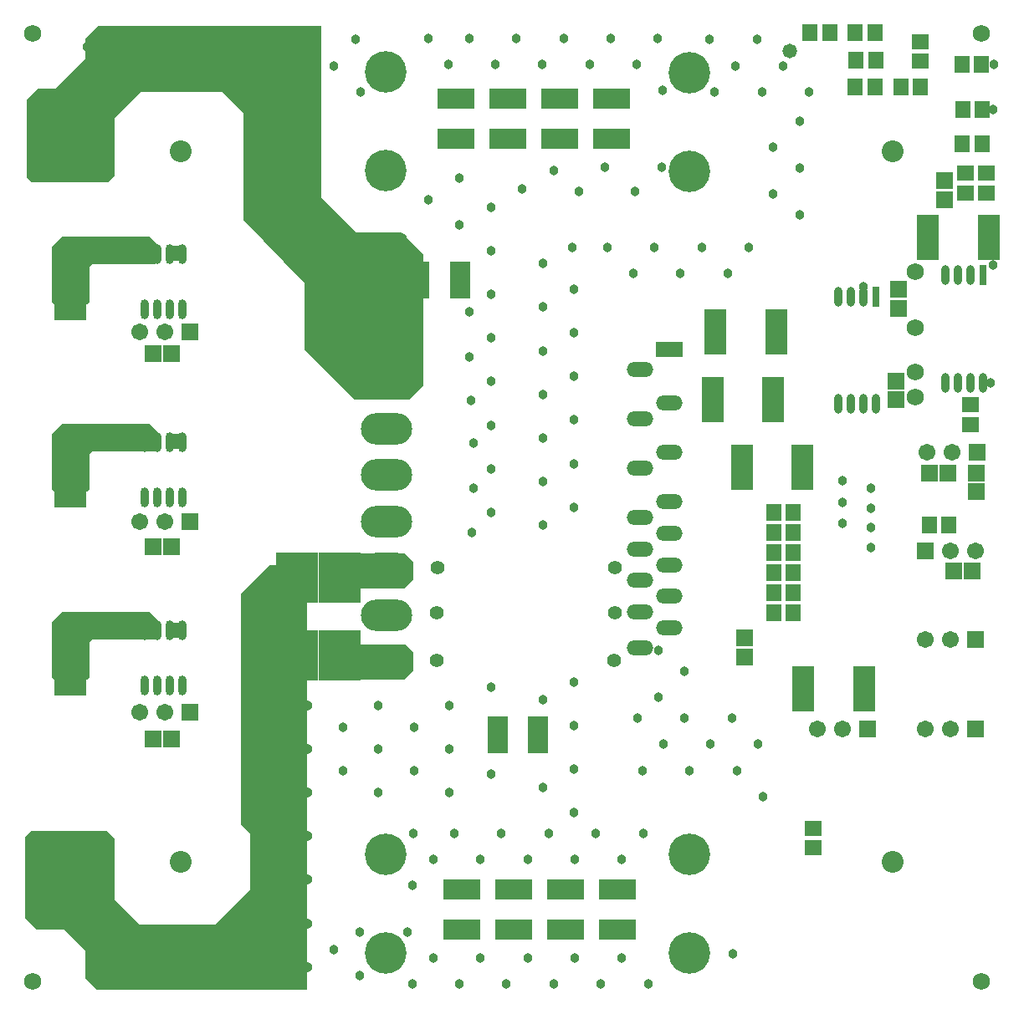
<source format=gbr>
G04 Layer_Color=8388736*
%FSLAX25Y25*%
%MOIN*%
%TF.FileFunction,Soldermask,Top*%
%TF.Part,Single*%
G01*
G75*
%TA.AperFunction,NonConductor*%
%ADD55R,0.07700X0.06300*%
%TA.AperFunction,SMDPad,CuDef*%
%ADD56R,0.03162X0.07887*%
%ADD57O,0.03162X0.07887*%
%ADD58R,0.06312X0.06706*%
%ADD59R,0.06706X0.06312*%
%ADD60R,0.16548X0.19894*%
%ADD61O,0.03359X0.07887*%
%ADD62R,0.07099X0.06706*%
%ADD63R,0.06706X0.07099*%
%ADD64R,0.08871X0.17926*%
%ADD65R,0.07887X0.14973*%
%ADD66R,0.14973X0.07887*%
%TA.AperFunction,ComponentPad*%
%ADD67C,0.12611*%
%ADD68R,0.12611X0.12611*%
%ADD69C,0.06800*%
%ADD70O,0.20485X0.12611*%
%ADD71O,0.10642X0.05918*%
%ADD72R,0.10642X0.05918*%
%ADD73R,0.06706X0.06706*%
%ADD74C,0.06706*%
%ADD75C,0.05524*%
%ADD76C,0.16548*%
%ADD77R,0.12611X0.12611*%
%TA.AperFunction,WasherPad*%
%ADD78C,0.06800*%
%TA.AperFunction,ViaPad*%
%ADD79C,0.08674*%
%ADD80C,0.03800*%
%ADD81C,0.05800*%
%ADD82C,0.03162*%
G36*
X14600Y110157D02*
X17900Y106858D01*
X17900Y100357D01*
X16700Y99157D01*
X-8400Y99158D01*
X-9400Y98158D01*
X-9400Y84157D01*
X-10400Y83157D01*
X-23400Y83157D01*
X-24400Y84157D01*
X-24400Y106158D01*
X-20400Y110158D01*
X14600Y110157D01*
D02*
G37*
G36*
X116300Y97300D02*
X119500Y94100D01*
X119500Y86900D01*
X115900Y83300D01*
X87900Y83300D01*
Y97300D01*
X116300Y97300D01*
D02*
G37*
G36*
X77397Y-40500D02*
X-6447D01*
X-10900Y-36047D01*
X-10900Y-25152D01*
X-19505Y-16547D01*
X-30400Y-16547D01*
X-34900Y-12047D01*
Y20500D01*
X-32400Y23000D01*
X-2400D01*
X600Y20000D01*
Y-4500D01*
X10600Y-14500D01*
X40600D01*
X54600Y-500D01*
Y22000D01*
X51141Y25459D01*
X50871Y117271D01*
X62454Y128854D01*
X77397D01*
Y-40500D01*
D02*
G37*
G36*
X116300Y133500D02*
X119500Y130300D01*
X119500Y123100D01*
X115900Y119500D01*
X87900Y119500D01*
Y133500D01*
X116300Y133500D01*
D02*
G37*
G36*
X14600Y260000D02*
X17900Y256700D01*
X17900Y250200D01*
X16700Y249000D01*
X-8400Y249000D01*
X-9400Y248000D01*
X-9400Y234000D01*
X-10400Y233000D01*
X-23400Y233000D01*
X-24400Y234000D01*
X-24400Y256000D01*
X-20400Y260000D01*
X14600Y260000D01*
D02*
G37*
G36*
X83100Y275500D02*
X97100Y261500D01*
X115100Y261500D01*
X123600Y253000D01*
Y200500D01*
X118100Y195000D01*
X96100D01*
X76382Y214718D01*
Y241217D01*
X52100Y266492D01*
Y309000D01*
X43600Y317500D01*
X11147Y317500D01*
X600Y306953D01*
Y283953D01*
X-1900Y281453D01*
X-32400Y281453D01*
X-34400Y283453D01*
X-34400Y314453D01*
X-29900Y318953D01*
X-22900Y318953D01*
X-10889Y330963D01*
X-10902Y338951D01*
X-5900Y343953D01*
X83100Y343953D01*
X83100Y275500D01*
D02*
G37*
G36*
X14600Y185079D02*
X17900Y181779D01*
X17900Y175279D01*
X16700Y174079D01*
X-8400Y174079D01*
X-9400Y173079D01*
X-9400Y159079D01*
X-10400Y158079D01*
X-23400Y158079D01*
X-24400Y159079D01*
X-24400Y181079D01*
X-20400Y185079D01*
X14600Y185079D01*
D02*
G37*
D55*
X25150Y253150D02*
D03*
Y178050D02*
D03*
Y102950D02*
D03*
D56*
X346600Y244500D02*
D03*
X304100Y236000D02*
D03*
D57*
X341600Y244500D02*
D03*
X336600D02*
D03*
X331600D02*
D03*
X346600Y201587D02*
D03*
X341600D02*
D03*
X336600D02*
D03*
X331600D02*
D03*
X299100Y236000D02*
D03*
X294100D02*
D03*
X289100D02*
D03*
X304100Y193087D02*
D03*
X299100D02*
D03*
X294100D02*
D03*
X289100D02*
D03*
D58*
X295763Y319500D02*
D03*
X303637D02*
D03*
X303937Y330350D02*
D03*
X296063D02*
D03*
X295763Y341200D02*
D03*
X303637D02*
D03*
X277663Y341100D02*
D03*
X285537D02*
D03*
X321737Y319600D02*
D03*
X313863D02*
D03*
X346137Y328400D02*
D03*
X338263D02*
D03*
X338363Y296800D02*
D03*
X346237D02*
D03*
X346437Y310600D02*
D03*
X338563D02*
D03*
X325163Y145000D02*
D03*
X333037D02*
D03*
X263163Y150000D02*
D03*
X271037D02*
D03*
X263163Y142000D02*
D03*
X271037D02*
D03*
X263163Y134000D02*
D03*
X271037D02*
D03*
X263163Y126000D02*
D03*
X271037D02*
D03*
X263163Y118000D02*
D03*
X271037D02*
D03*
X263163Y110000D02*
D03*
X271037D02*
D03*
D59*
X321540Y337627D02*
D03*
Y329753D02*
D03*
X339700Y277263D02*
D03*
Y285137D02*
D03*
X341800Y192837D02*
D03*
Y184963D02*
D03*
X348000Y285137D02*
D03*
Y277263D02*
D03*
X279100Y23937D02*
D03*
Y16063D02*
D03*
D60*
X73200Y92900D02*
D03*
X90200D02*
D03*
X73200Y123900D02*
D03*
X90200D02*
D03*
D61*
X27600Y102824D02*
D03*
X22600D02*
D03*
X17600D02*
D03*
X12600D02*
D03*
X27600Y80776D02*
D03*
X22600D02*
D03*
X17600D02*
D03*
X12600D02*
D03*
X27600Y177924D02*
D03*
X22600D02*
D03*
X17600D02*
D03*
X12600D02*
D03*
X27600Y155876D02*
D03*
X22600D02*
D03*
X17600D02*
D03*
X12600D02*
D03*
X27600Y253024D02*
D03*
X22600D02*
D03*
X17600D02*
D03*
X12600D02*
D03*
X27600Y230976D02*
D03*
X22600D02*
D03*
X17600D02*
D03*
X12600D02*
D03*
D62*
X344000Y158060D02*
D03*
Y165540D02*
D03*
X331300Y274660D02*
D03*
Y282140D02*
D03*
X312100Y202240D02*
D03*
Y194760D02*
D03*
X313000Y231260D02*
D03*
Y238740D02*
D03*
X251600Y92260D02*
D03*
Y99740D02*
D03*
D63*
X325260Y165600D02*
D03*
X332740D02*
D03*
X342340Y126500D02*
D03*
X334860D02*
D03*
X15960Y59500D02*
D03*
X23440D02*
D03*
X15960Y136300D02*
D03*
X23440D02*
D03*
X15960Y213100D02*
D03*
X23440D02*
D03*
D64*
X348906Y259400D02*
D03*
X324694D02*
D03*
X299206Y79500D02*
D03*
X274994D02*
D03*
X274706Y168000D02*
D03*
X250494D02*
D03*
X238887Y195000D02*
D03*
X263100D02*
D03*
X239994Y222000D02*
D03*
X264206D02*
D03*
D65*
X122029Y242453D02*
D03*
X138171D02*
D03*
X169371Y61053D02*
D03*
X153229D02*
D03*
D66*
X201100Y-476D02*
D03*
Y-16618D02*
D03*
X180433Y-476D02*
D03*
Y-16618D02*
D03*
X159767Y-476D02*
D03*
Y-16618D02*
D03*
X139100Y-476D02*
D03*
Y-16618D02*
D03*
X198600Y315024D02*
D03*
Y298882D02*
D03*
X157267Y315024D02*
D03*
Y298882D02*
D03*
X177933Y315024D02*
D03*
Y298882D02*
D03*
X136600Y315024D02*
D03*
Y298882D02*
D03*
D67*
X-16900Y102842D02*
D03*
Y177764D02*
D03*
Y252685D02*
D03*
Y14842D02*
D03*
X16457Y-32500D02*
D03*
X-16900Y308795D02*
D03*
X39243Y336200D02*
D03*
D68*
X-16900Y83157D02*
D03*
Y158079D02*
D03*
Y233000D02*
D03*
Y-4843D02*
D03*
Y289110D02*
D03*
D69*
X319700Y245941D02*
D03*
Y223500D02*
D03*
Y205941D02*
D03*
Y195941D02*
D03*
D70*
X109057Y90218D02*
D03*
Y108840D02*
D03*
Y127462D02*
D03*
Y146084D02*
D03*
Y164706D02*
D03*
Y183328D02*
D03*
Y201950D02*
D03*
Y220572D02*
D03*
D71*
X221699Y103821D02*
D03*
X209900Y95947D02*
D03*
Y110120D02*
D03*
Y122718D02*
D03*
X221699Y129017D02*
D03*
X209900Y135317D02*
D03*
X221699Y141616D02*
D03*
X209900Y147915D02*
D03*
X221699Y154214D02*
D03*
X209900Y167600D02*
D03*
X221699Y173899D02*
D03*
X209900Y187285D02*
D03*
X221699Y193584D02*
D03*
X209900Y206970D02*
D03*
X221699Y116419D02*
D03*
D72*
Y214844D02*
D03*
D73*
X323600Y134500D02*
D03*
X344200Y174000D02*
D03*
X30600Y70100D02*
D03*
Y146050D02*
D03*
Y222000D02*
D03*
X343600Y99041D02*
D03*
Y63500D02*
D03*
X300600Y63500D02*
D03*
D74*
X333600Y134500D02*
D03*
X343600D02*
D03*
X334200Y174000D02*
D03*
X324200D02*
D03*
X20600Y70100D02*
D03*
X10600D02*
D03*
X20600Y146050D02*
D03*
X10600D02*
D03*
X20600Y222000D02*
D03*
X10600D02*
D03*
X333600Y99041D02*
D03*
X323600D02*
D03*
X333600Y63500D02*
D03*
X323600D02*
D03*
X290600Y63500D02*
D03*
X280600D02*
D03*
D75*
X199753Y90978D02*
D03*
X128887D02*
D03*
X199966Y110000D02*
D03*
X129100D02*
D03*
X200100Y128000D02*
D03*
X129234D02*
D03*
D76*
X108700Y-25800D02*
D03*
Y13570D02*
D03*
X229700Y-25800D02*
D03*
Y13570D02*
D03*
Y286000D02*
D03*
Y325370D02*
D03*
X108700Y286200D02*
D03*
Y325570D02*
D03*
D77*
X36143Y-32500D02*
D03*
X19557Y336200D02*
D03*
D78*
X-31900Y-37000D02*
D03*
Y340953D02*
D03*
X346053Y-37000D02*
D03*
X346053Y340953D02*
D03*
D79*
X27135Y10500D02*
D03*
X310600D02*
D03*
Y293965D02*
D03*
X27135D02*
D03*
D80*
X63500Y99100D02*
D03*
X299100Y240000D02*
D03*
X349700Y201500D02*
D03*
X350600Y248400D02*
D03*
X350800Y310500D02*
D03*
X350906Y328400D02*
D03*
X54100Y46900D02*
D03*
Y64300D02*
D03*
X58800Y55600D02*
D03*
X54100Y81700D02*
D03*
X58800Y73000D02*
D03*
X63500Y64300D02*
D03*
X68200Y73000D02*
D03*
X63500Y81700D02*
D03*
X58800Y90400D02*
D03*
X54100Y99100D02*
D03*
X58800Y107800D02*
D03*
X61050Y116000D02*
D03*
X77600Y73000D02*
D03*
X72900Y64300D02*
D03*
X68200Y55600D02*
D03*
X63500Y46900D02*
D03*
X77600Y55600D02*
D03*
X72900Y46900D02*
D03*
Y12100D02*
D03*
X77600Y20800D02*
D03*
X63500Y12100D02*
D03*
X68200Y20800D02*
D03*
X72900Y29500D02*
D03*
X77600Y38200D02*
D03*
X68200D02*
D03*
X63500Y29500D02*
D03*
X58800Y38200D02*
D03*
Y20800D02*
D03*
X54100Y29500D02*
D03*
X72900Y-22700D02*
D03*
X77600Y-14000D02*
D03*
X63500Y-22700D02*
D03*
X68200Y-14000D02*
D03*
X72900Y-5300D02*
D03*
X77600Y3400D02*
D03*
X68200D02*
D03*
X63500Y-5300D02*
D03*
X58800Y3400D02*
D03*
Y-14000D02*
D03*
X54100Y-5300D02*
D03*
Y-22700D02*
D03*
X77600Y-31400D02*
D03*
X68200D02*
D03*
X58800D02*
D03*
X47100Y-16500D02*
D03*
X49400Y-31400D02*
D03*
X40100Y-24500D02*
D03*
X33600Y-17000D02*
D03*
X25600Y-25000D02*
D03*
X21600Y-17500D02*
D03*
X12200D02*
D03*
X10600Y-25000D02*
D03*
X2700Y-13300D02*
D03*
Y-30700D02*
D03*
X-2000Y-22000D02*
D03*
X-10900Y-21547D02*
D03*
X-6700Y-30700D02*
D03*
X105800Y38200D02*
D03*
X91700Y64300D02*
D03*
X105800Y73000D02*
D03*
X91700Y46900D02*
D03*
X105800Y55600D02*
D03*
X134000Y38200D02*
D03*
X119900Y64300D02*
D03*
X134000Y73000D02*
D03*
X119900Y46900D02*
D03*
X134000Y55600D02*
D03*
X150600Y45500D02*
D03*
Y80300D02*
D03*
X143100Y142000D02*
D03*
X142650Y194500D02*
D03*
X143600Y177500D02*
D03*
X150600Y184700D02*
D03*
Y167300D02*
D03*
Y202100D02*
D03*
X143600Y159500D02*
D03*
X150600Y149900D02*
D03*
X138100Y264500D02*
D03*
X150600Y254300D02*
D03*
Y236900D02*
D03*
Y271700D02*
D03*
X142100Y230000D02*
D03*
X150600Y219500D02*
D03*
X142100Y212000D02*
D03*
X138100Y283200D02*
D03*
X125600Y274700D02*
D03*
X163100Y278900D02*
D03*
X175600Y286100D02*
D03*
X185600Y278000D02*
D03*
X196000Y287600D02*
D03*
X208100Y278000D02*
D03*
X218500Y287600D02*
D03*
X88000Y-24400D02*
D03*
X98400Y-17400D02*
D03*
Y-34800D02*
D03*
X138000Y-38200D02*
D03*
X127600Y-27800D02*
D03*
X117200Y-17400D02*
D03*
X156800Y-38200D02*
D03*
X146400Y-27800D02*
D03*
X175600Y-38200D02*
D03*
X165200Y-27800D02*
D03*
X194400Y-38200D02*
D03*
X184000Y-27800D02*
D03*
X213200Y-38200D02*
D03*
X202800Y-27800D02*
D03*
X119200Y-38200D02*
D03*
Y1170D02*
D03*
X211200Y21970D02*
D03*
X192400D02*
D03*
X202800Y11570D02*
D03*
X173600Y21970D02*
D03*
X184000Y11570D02*
D03*
X154800Y21970D02*
D03*
X165200Y11570D02*
D03*
X136000Y21970D02*
D03*
X146400Y11570D02*
D03*
X119749Y21970D02*
D03*
X127600Y11570D02*
D03*
X171245Y144746D02*
D03*
X183745Y151945D02*
D03*
X171245Y162145D02*
D03*
X183745Y82345D02*
D03*
X171245Y40345D02*
D03*
X183745Y47545D02*
D03*
Y30145D02*
D03*
Y64946D02*
D03*
X171245Y75146D02*
D03*
X183745Y221546D02*
D03*
X171245Y231746D02*
D03*
X183745Y238946D02*
D03*
X171245Y249146D02*
D03*
Y196946D02*
D03*
Y179545D02*
D03*
X183745Y186746D02*
D03*
Y169345D02*
D03*
Y204146D02*
D03*
X171245Y214346D02*
D03*
X207300Y245100D02*
D03*
X196900Y255500D02*
D03*
X226100Y245100D02*
D03*
X215700Y255500D02*
D03*
X234500D02*
D03*
X183100D02*
D03*
X253300D02*
D03*
X273500Y268400D02*
D03*
Y287200D02*
D03*
X263100Y276800D02*
D03*
X273500Y306000D02*
D03*
X263100Y295600D02*
D03*
X133500Y328500D02*
D03*
X125649Y338900D02*
D03*
X152300Y328500D02*
D03*
X141900Y338900D02*
D03*
X171100Y328500D02*
D03*
X160700Y338900D02*
D03*
X189900Y328500D02*
D03*
X179500Y338900D02*
D03*
X219100Y318100D02*
D03*
X208700Y328500D02*
D03*
X198300Y338900D02*
D03*
X217100D02*
D03*
X256500Y338400D02*
D03*
X266900Y328000D02*
D03*
X277300Y317600D02*
D03*
X237700Y338400D02*
D03*
X248100Y328000D02*
D03*
X258500Y317600D02*
D03*
X239700D02*
D03*
X60900D02*
D03*
X79700D02*
D03*
X69300Y328000D02*
D03*
X58900Y338400D02*
D03*
X98500Y317600D02*
D03*
X88100Y328000D02*
D03*
X77700Y338400D02*
D03*
X96500D02*
D03*
X54300Y291400D02*
D03*
X63000Y286700D02*
D03*
X54300Y300800D02*
D03*
X63000Y296100D02*
D03*
X71700Y291400D02*
D03*
X80400Y286700D02*
D03*
Y296100D02*
D03*
X71700Y300800D02*
D03*
X80400Y305500D02*
D03*
X63000D02*
D03*
X71700Y310200D02*
D03*
X54300D02*
D03*
X63000Y259200D02*
D03*
X54300Y273300D02*
D03*
X63000Y268600D02*
D03*
X71700Y263900D02*
D03*
X80400Y259200D02*
D03*
Y268600D02*
D03*
X71700Y273300D02*
D03*
X80400Y278000D02*
D03*
X63000D02*
D03*
X71700Y282700D02*
D03*
X54300D02*
D03*
X80500Y229200D02*
D03*
Y238600D02*
D03*
X89200Y233900D02*
D03*
X97900Y229200D02*
D03*
Y238600D02*
D03*
X89200Y243300D02*
D03*
X97900Y248000D02*
D03*
X80500D02*
D03*
X89200Y252700D02*
D03*
X71800D02*
D03*
X89100Y263900D02*
D03*
X97800Y259200D02*
D03*
X115200D02*
D03*
X106800Y233900D02*
D03*
X115500Y229200D02*
D03*
X106800Y243300D02*
D03*
Y252700D02*
D03*
X85600Y223000D02*
D03*
X94300Y218300D02*
D03*
Y208900D02*
D03*
X85600Y213600D02*
D03*
X40600Y321000D02*
D03*
X45300Y326700D02*
D03*
X54700D02*
D03*
X50000Y318000D02*
D03*
X23100Y321000D02*
D03*
X27800Y326700D02*
D03*
X37200D02*
D03*
X32500Y321000D02*
D03*
X5600Y318000D02*
D03*
X10300Y326700D02*
D03*
X19700D02*
D03*
X15100Y321000D02*
D03*
X6900Y335400D02*
D03*
X-2500D02*
D03*
X900Y326700D02*
D03*
X-10400Y335453D02*
D03*
X244900Y245100D02*
D03*
X210900Y47000D02*
D03*
X229700D02*
D03*
X219300Y57400D02*
D03*
X208900Y67800D02*
D03*
X248500Y47000D02*
D03*
X238100Y57400D02*
D03*
X227700Y67800D02*
D03*
X246500D02*
D03*
X258900Y36600D02*
D03*
X256900Y57400D02*
D03*
X227700Y86600D02*
D03*
X217300Y76200D02*
D03*
Y95000D02*
D03*
X247100Y-26000D02*
D03*
X302100Y136000D02*
D03*
Y143833D02*
D03*
Y151667D02*
D03*
Y159500D02*
D03*
X290600Y162500D02*
D03*
Y154000D02*
D03*
Y145500D02*
D03*
D81*
X269584Y334016D02*
D03*
D82*
X-2800Y254315D02*
D03*
X-6700D02*
D03*
X1100D02*
D03*
X5000D02*
D03*
Y179394D02*
D03*
X1100D02*
D03*
X-6700D02*
D03*
X-2800D02*
D03*
X5000Y104472D02*
D03*
X1100D02*
D03*
X-6700D02*
D03*
X-2800D02*
D03*
%TF.MD5,7ba774dcaa754d6ac8d608b979cf86a2*%
M02*

</source>
